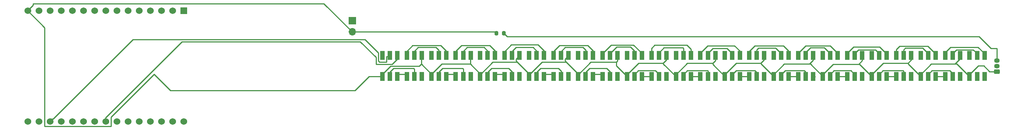
<source format=gbr>
%TF.GenerationSoftware,KiCad,Pcbnew,(6.0.1)*%
%TF.CreationDate,2022-02-04T16:43:35-05:00*%
%TF.ProjectId,fan,66616e2e-6b69-4636-9164-5f7063625858,rev?*%
%TF.SameCoordinates,Original*%
%TF.FileFunction,Copper,L1,Top*%
%TF.FilePolarity,Positive*%
%FSLAX46Y46*%
G04 Gerber Fmt 4.6, Leading zero omitted, Abs format (unit mm)*
G04 Created by KiCad (PCBNEW (6.0.1)) date 2022-02-04 16:43:35*
%MOMM*%
%LPD*%
G01*
G04 APERTURE LIST*
G04 Aperture macros list*
%AMRoundRect*
0 Rectangle with rounded corners*
0 $1 Rounding radius*
0 $2 $3 $4 $5 $6 $7 $8 $9 X,Y pos of 4 corners*
0 Add a 4 corners polygon primitive as box body*
4,1,4,$2,$3,$4,$5,$6,$7,$8,$9,$2,$3,0*
0 Add four circle primitives for the rounded corners*
1,1,$1+$1,$2,$3*
1,1,$1+$1,$4,$5*
1,1,$1+$1,$6,$7*
1,1,$1+$1,$8,$9*
0 Add four rect primitives between the rounded corners*
20,1,$1+$1,$2,$3,$4,$5,0*
20,1,$1+$1,$4,$5,$6,$7,0*
20,1,$1+$1,$6,$7,$8,$9,0*
20,1,$1+$1,$8,$9,$2,$3,0*%
G04 Aperture macros list end*
%TA.AperFunction,ComponentPad*%
%ADD10R,1.524000X1.524000*%
%TD*%
%TA.AperFunction,ComponentPad*%
%ADD11C,1.524000*%
%TD*%
%TA.AperFunction,SMDPad,CuDef*%
%ADD12R,1.100000X2.000000*%
%TD*%
%TA.AperFunction,SMDPad,CuDef*%
%ADD13RoundRect,0.200000X0.200000X0.275000X-0.200000X0.275000X-0.200000X-0.275000X0.200000X-0.275000X0*%
%TD*%
%TA.AperFunction,ComponentPad*%
%ADD14RoundRect,0.249900X0.400100X-0.275100X0.400100X0.275100X-0.400100X0.275100X-0.400100X-0.275100X0*%
%TD*%
%TA.AperFunction,ComponentPad*%
%ADD15O,1.300000X1.050000*%
%TD*%
%TA.AperFunction,ComponentPad*%
%ADD16R,1.700000X1.700000*%
%TD*%
%TA.AperFunction,ComponentPad*%
%ADD17O,1.700000X1.700000*%
%TD*%
%TA.AperFunction,ViaPad*%
%ADD18C,0.800000*%
%TD*%
%TA.AperFunction,Conductor*%
%ADD19C,0.250000*%
%TD*%
G04 APERTURE END LIST*
D10*
%TO.P,U1,1,EN*%
%TO.N,unconnected-(U1-Pad1)*%
X95800000Y-81850000D03*
D11*
%TO.P,U1,2,SENSOR_VP*%
%TO.N,unconnected-(U1-Pad2)*%
X93260000Y-81850000D03*
%TO.P,U1,3,SENSOR_VN*%
%TO.N,unconnected-(U1-Pad3)*%
X90720000Y-81850000D03*
%TO.P,U1,4,IO34*%
%TO.N,unconnected-(U1-Pad4)*%
X88180000Y-81850000D03*
%TO.P,U1,5,IO35*%
%TO.N,unconnected-(U1-Pad5)*%
X85640000Y-81850000D03*
%TO.P,U1,6,IO32*%
%TO.N,unconnected-(U1-Pad6)*%
X83100000Y-81850000D03*
%TO.P,U1,7,IO33*%
%TO.N,unconnected-(U1-Pad7)*%
X80560000Y-81850000D03*
%TO.P,U1,8,IO25*%
%TO.N,unconnected-(U1-Pad8)*%
X78020000Y-81850000D03*
%TO.P,U1,9,IO26*%
%TO.N,unconnected-(U1-Pad9)*%
X75480000Y-81850000D03*
%TO.P,U1,10,IO27*%
%TO.N,unconnected-(U1-Pad10)*%
X72940000Y-81850000D03*
%TO.P,U1,11,IO14*%
%TO.N,unconnected-(U1-Pad11)*%
X70400000Y-81850000D03*
%TO.P,U1,12,IO12*%
%TO.N,unconnected-(U1-Pad12)*%
X67860000Y-81850000D03*
%TO.P,U1,13,IO13*%
%TO.N,unconnected-(U1-Pad13)*%
X65320000Y-81850000D03*
%TO.P,U1,14,GND*%
%TO.N,GND*%
X62780000Y-81850000D03*
%TO.P,U1,15,VIN*%
%TO.N,VCC*%
X60240000Y-81850000D03*
%TO.P,U1,16,3V3*%
%TO.N,unconnected-(U1-Pad16)*%
X60240000Y-107250000D03*
%TO.P,U1,17,GND*%
%TO.N,GND*%
X62780000Y-107250000D03*
%TO.P,U1,18,IO15*%
%TO.N,Net-(D1-Pad2)*%
X65320000Y-107250000D03*
%TO.P,U1,19,IO2*%
%TO.N,unconnected-(U1-Pad19)*%
X67860000Y-107250000D03*
%TO.P,U1,20,IO4*%
%TO.N,unconnected-(U1-Pad20)*%
X70400000Y-107250000D03*
%TO.P,U1,21,IO16*%
%TO.N,unconnected-(U1-Pad21)*%
X72940000Y-107250000D03*
%TO.P,U1,22,IO17*%
%TO.N,unconnected-(U1-Pad22)*%
X75480000Y-107250000D03*
%TO.P,U1,23,IO5*%
%TO.N,Net-(D1-Pad1)*%
X78020000Y-107250000D03*
%TO.P,U1,24,IO18*%
%TO.N,unconnected-(U1-Pad24)*%
X80560000Y-107250000D03*
%TO.P,U1,25,IO19*%
%TO.N,unconnected-(U1-Pad25)*%
X83100000Y-107250000D03*
%TO.P,U1,26,IO21*%
%TO.N,unconnected-(U1-Pad26)*%
X85640000Y-107250000D03*
%TO.P,U1,27,RXD0/IO3*%
%TO.N,unconnected-(U1-Pad27)*%
X88180000Y-107250000D03*
%TO.P,U1,28,TXD0/IO1*%
%TO.N,unconnected-(U1-Pad28)*%
X90720000Y-107250000D03*
%TO.P,U1,29,IO22*%
%TO.N,unconnected-(U1-Pad29)*%
X93260000Y-107250000D03*
%TO.P,U1,30,IO23*%
%TO.N,unconnected-(U1-Pad30)*%
X95800000Y-107250000D03*
%TD*%
D12*
%TO.P,D12,1,DI*%
%TO.N,Net-(D11-Pad6)*%
X202480000Y-96900000D03*
%TO.P,D12,2,CI*%
%TO.N,Net-(D11-Pad5)*%
X204180000Y-96900000D03*
%TO.P,D12,3,GND*%
%TO.N,GND*%
X205880000Y-96900000D03*
%TO.P,D12,4,VCC*%
%TO.N,VCC*%
X205880000Y-92100000D03*
%TO.P,D12,5,CO*%
%TO.N,Net-(D12-Pad5)*%
X204180000Y-92100000D03*
%TO.P,D12,6,DO*%
%TO.N,Net-(D12-Pad6)*%
X202480000Y-92100000D03*
%TD*%
%TO.P,D2,1,DI*%
%TO.N,Net-(D1-Pad6)*%
X146680000Y-96900000D03*
%TO.P,D2,2,CI*%
%TO.N,Net-(D1-Pad5)*%
X148380000Y-96900000D03*
%TO.P,D2,3,GND*%
%TO.N,GND*%
X150080000Y-96900000D03*
%TO.P,D2,4,VCC*%
%TO.N,VCC*%
X150080000Y-92100000D03*
%TO.P,D2,5,CO*%
%TO.N,Net-(D2-Pad5)*%
X148380000Y-92100000D03*
%TO.P,D2,6,DO*%
%TO.N,Net-(D2-Pad6)*%
X146680000Y-92100000D03*
%TD*%
%TO.P,D4,1,DI*%
%TO.N,Net-(D3-Pad6)*%
X157840000Y-96900000D03*
%TO.P,D4,2,CI*%
%TO.N,Net-(D3-Pad5)*%
X159540000Y-96900000D03*
%TO.P,D4,3,GND*%
%TO.N,GND*%
X161240000Y-96900000D03*
%TO.P,D4,4,VCC*%
%TO.N,VCC*%
X161240000Y-92100000D03*
%TO.P,D4,5,CO*%
%TO.N,Net-(D4-Pad5)*%
X159540000Y-92100000D03*
%TO.P,D4,6,DO*%
%TO.N,Net-(D4-Pad6)*%
X157840000Y-92100000D03*
%TD*%
%TO.P,D3,1,DI*%
%TO.N,Net-(D2-Pad6)*%
X155660000Y-92100000D03*
%TO.P,D3,2,CI*%
%TO.N,Net-(D2-Pad5)*%
X153960000Y-92100000D03*
%TO.P,D3,3,GND*%
%TO.N,GND*%
X152260000Y-92100000D03*
%TO.P,D3,4,VCC*%
%TO.N,VCC*%
X152260000Y-96900000D03*
%TO.P,D3,5,CO*%
%TO.N,Net-(D3-Pad5)*%
X153960000Y-96900000D03*
%TO.P,D3,6,DO*%
%TO.N,Net-(D3-Pad6)*%
X155660000Y-96900000D03*
%TD*%
%TO.P,D5,1,DI*%
%TO.N,Net-(D4-Pad6)*%
X166820000Y-92100000D03*
%TO.P,D5,2,CI*%
%TO.N,Net-(D4-Pad5)*%
X165120000Y-92100000D03*
%TO.P,D5,3,GND*%
%TO.N,GND*%
X163420000Y-92100000D03*
%TO.P,D5,4,VCC*%
%TO.N,VCC*%
X163420000Y-96900000D03*
%TO.P,D5,5,CO*%
%TO.N,Net-(D5-Pad5)*%
X165120000Y-96900000D03*
%TO.P,D5,6,DO*%
%TO.N,Net-(D5-Pad6)*%
X166820000Y-96900000D03*
%TD*%
%TO.P,D7,1,DI*%
%TO.N,Net-(D6-Pad6)*%
X177980000Y-92100000D03*
%TO.P,D7,2,CI*%
%TO.N,Net-(D6-Pad5)*%
X176280000Y-92100000D03*
%TO.P,D7,3,GND*%
%TO.N,GND*%
X174580000Y-92100000D03*
%TO.P,D7,4,VCC*%
%TO.N,VCC*%
X174580000Y-96900000D03*
%TO.P,D7,5,CO*%
%TO.N,Net-(D7-Pad5)*%
X176280000Y-96900000D03*
%TO.P,D7,6,DO*%
%TO.N,Net-(D7-Pad6)*%
X177980000Y-96900000D03*
%TD*%
%TO.P,D20,1,DI*%
%TO.N,Net-(D19-Pad6)*%
X247120000Y-96900000D03*
%TO.P,D20,2,CI*%
%TO.N,Net-(D19-Pad5)*%
X248820000Y-96900000D03*
%TO.P,D20,3,GND*%
%TO.N,GND*%
X250520000Y-96900000D03*
%TO.P,D20,4,VCC*%
%TO.N,VCC*%
X250520000Y-92100000D03*
%TO.P,D20,5,CO*%
%TO.N,Net-(D20-Pad5)*%
X248820000Y-92100000D03*
%TO.P,D20,6,DO*%
%TO.N,Net-(D20-Pad6)*%
X247120000Y-92100000D03*
%TD*%
%TO.P,D8,1,DI*%
%TO.N,Net-(D7-Pad6)*%
X180160000Y-96900000D03*
%TO.P,D8,2,CI*%
%TO.N,Net-(D7-Pad5)*%
X181860000Y-96900000D03*
%TO.P,D8,3,GND*%
%TO.N,GND*%
X183560000Y-96900000D03*
%TO.P,D8,4,VCC*%
%TO.N,VCC*%
X183560000Y-92100000D03*
%TO.P,D8,5,CO*%
%TO.N,Net-(D8-Pad5)*%
X181860000Y-92100000D03*
%TO.P,D8,6,DO*%
%TO.N,Net-(D8-Pad6)*%
X180160000Y-92100000D03*
%TD*%
%TO.P,D23,1,DI*%
%TO.N,Net-(D22-Pad6)*%
X267260000Y-92100000D03*
%TO.P,D23,2,CI*%
%TO.N,Net-(D22-Pad5)*%
X265560000Y-92100000D03*
%TO.P,D23,3,GND*%
%TO.N,GND*%
X263860000Y-92100000D03*
%TO.P,D23,4,VCC*%
%TO.N,VCC*%
X263860000Y-96900000D03*
%TO.P,D23,5,CO*%
%TO.N,Net-(D23-Pad5)*%
X265560000Y-96900000D03*
%TO.P,D23,6,DO*%
%TO.N,Net-(D23-Pad6)*%
X267260000Y-96900000D03*
%TD*%
%TO.P,D9,1,DI*%
%TO.N,Net-(D8-Pad6)*%
X189140000Y-92100000D03*
%TO.P,D9,2,CI*%
%TO.N,Net-(D8-Pad5)*%
X187440000Y-92100000D03*
%TO.P,D9,3,GND*%
%TO.N,GND*%
X185740000Y-92100000D03*
%TO.P,D9,4,VCC*%
%TO.N,VCC*%
X185740000Y-96900000D03*
%TO.P,D9,5,CO*%
%TO.N,Net-(D10-Pad2)*%
X187440000Y-96900000D03*
%TO.P,D9,6,DO*%
%TO.N,Net-(D10-Pad1)*%
X189140000Y-96900000D03*
%TD*%
%TO.P,D19,1,DI*%
%TO.N,Net-(D18-Pad6)*%
X244940000Y-92100000D03*
%TO.P,D19,2,CI*%
%TO.N,Net-(D18-Pad5)*%
X243240000Y-92100000D03*
%TO.P,D19,3,GND*%
%TO.N,GND*%
X241540000Y-92100000D03*
%TO.P,D19,4,VCC*%
%TO.N,VCC*%
X241540000Y-96900000D03*
%TO.P,D19,5,CO*%
%TO.N,Net-(D19-Pad5)*%
X243240000Y-96900000D03*
%TO.P,D19,6,DO*%
%TO.N,Net-(D19-Pad6)*%
X244940000Y-96900000D03*
%TD*%
%TO.P,D16,1,DI*%
%TO.N,Net-(D15-Pad6)*%
X224800000Y-96900000D03*
%TO.P,D16,2,CI*%
%TO.N,Net-(D15-Pad5)*%
X226500000Y-96900000D03*
%TO.P,D16,3,GND*%
%TO.N,GND*%
X228200000Y-96900000D03*
%TO.P,D16,4,VCC*%
%TO.N,VCC*%
X228200000Y-92100000D03*
%TO.P,D16,5,CO*%
%TO.N,Net-(D16-Pad5)*%
X226500000Y-92100000D03*
%TO.P,D16,6,DO*%
%TO.N,Net-(D16-Pad6)*%
X224800000Y-92100000D03*
%TD*%
%TO.P,D14,1,DI*%
%TO.N,Net-(D13-Pad6)*%
X213640000Y-96900000D03*
%TO.P,D14,2,CI*%
%TO.N,Net-(D13-Pad5)*%
X215340000Y-96900000D03*
%TO.P,D14,3,GND*%
%TO.N,GND*%
X217040000Y-96900000D03*
%TO.P,D14,4,VCC*%
%TO.N,VCC*%
X217040000Y-92100000D03*
%TO.P,D14,5,CO*%
%TO.N,Net-(D14-Pad5)*%
X215340000Y-92100000D03*
%TO.P,D14,6,DO*%
%TO.N,Net-(D14-Pad6)*%
X213640000Y-92100000D03*
%TD*%
D13*
%TO.P,R1,1*%
%TO.N,Net-(R1-Pad1)*%
X168775000Y-87000000D03*
%TO.P,R1,2*%
%TO.N,VCC*%
X167125000Y-87000000D03*
%TD*%
D12*
%TO.P,D24,1,DI*%
%TO.N,Net-(D23-Pad6)*%
X269440000Y-96900000D03*
%TO.P,D24,2,CI*%
%TO.N,Net-(D23-Pad5)*%
X271140000Y-96900000D03*
%TO.P,D24,3,GND*%
%TO.N,GND*%
X272840000Y-96900000D03*
%TO.P,D24,4,VCC*%
%TO.N,VCC*%
X272840000Y-92100000D03*
%TO.P,D24,5,CO*%
%TO.N,Net-(D24-Pad5)*%
X271140000Y-92100000D03*
%TO.P,D24,6,DO*%
%TO.N,Net-(D24-Pad6)*%
X269440000Y-92100000D03*
%TD*%
%TO.P,D22,1,DI*%
%TO.N,Net-(D21-Pad6)*%
X258280000Y-96900000D03*
%TO.P,D22,2,CI*%
%TO.N,Net-(D21-Pad5)*%
X259980000Y-96900000D03*
%TO.P,D22,3,GND*%
%TO.N,GND*%
X261680000Y-96900000D03*
%TO.P,D22,4,VCC*%
%TO.N,VCC*%
X261680000Y-92100000D03*
%TO.P,D22,5,CO*%
%TO.N,Net-(D22-Pad5)*%
X259980000Y-92100000D03*
%TO.P,D22,6,DO*%
%TO.N,Net-(D22-Pad6)*%
X258280000Y-92100000D03*
%TD*%
%TO.P,D15,1,DI*%
%TO.N,Net-(D14-Pad6)*%
X222620000Y-92100000D03*
%TO.P,D15,2,CI*%
%TO.N,Net-(D14-Pad5)*%
X220920000Y-92100000D03*
%TO.P,D15,3,GND*%
%TO.N,GND*%
X219220000Y-92100000D03*
%TO.P,D15,4,VCC*%
%TO.N,VCC*%
X219220000Y-96900000D03*
%TO.P,D15,5,CO*%
%TO.N,Net-(D15-Pad5)*%
X220920000Y-96900000D03*
%TO.P,D15,6,DO*%
%TO.N,Net-(D15-Pad6)*%
X222620000Y-96900000D03*
%TD*%
%TO.P,D10,1,DI*%
%TO.N,Net-(D10-Pad1)*%
X191320000Y-96900000D03*
%TO.P,D10,2,CI*%
%TO.N,Net-(D10-Pad2)*%
X193020000Y-96900000D03*
%TO.P,D10,3,GND*%
%TO.N,GND*%
X194720000Y-96900000D03*
%TO.P,D10,4,VCC*%
%TO.N,VCC*%
X194720000Y-92100000D03*
%TO.P,D10,5,CO*%
%TO.N,Net-(D10-Pad5)*%
X193020000Y-92100000D03*
%TO.P,D10,6,DO*%
%TO.N,Net-(D10-Pad6)*%
X191320000Y-92100000D03*
%TD*%
%TO.P,D21,1,DI*%
%TO.N,Net-(D20-Pad6)*%
X256100000Y-92100000D03*
%TO.P,D21,2,CI*%
%TO.N,Net-(D20-Pad5)*%
X254400000Y-92100000D03*
%TO.P,D21,3,GND*%
%TO.N,GND*%
X252700000Y-92100000D03*
%TO.P,D21,4,VCC*%
%TO.N,VCC*%
X252700000Y-96900000D03*
%TO.P,D21,5,CO*%
%TO.N,Net-(D21-Pad5)*%
X254400000Y-96900000D03*
%TO.P,D21,6,DO*%
%TO.N,Net-(D21-Pad6)*%
X256100000Y-96900000D03*
%TD*%
D14*
%TO.P,U2,1,vcc*%
%TO.N,VCC*%
X281235000Y-95770000D03*
D15*
%TO.P,U2,2,GND*%
%TO.N,GND*%
X281235000Y-94500000D03*
%TO.P,U2,3,output*%
%TO.N,Net-(R1-Pad1)*%
X281235000Y-93230000D03*
%TD*%
D12*
%TO.P,D11,1,DI*%
%TO.N,Net-(D10-Pad6)*%
X200300000Y-92100000D03*
%TO.P,D11,2,CI*%
%TO.N,Net-(D10-Pad5)*%
X198600000Y-92100000D03*
%TO.P,D11,3,GND*%
%TO.N,GND*%
X196900000Y-92100000D03*
%TO.P,D11,4,VCC*%
%TO.N,VCC*%
X196900000Y-96900000D03*
%TO.P,D11,5,CO*%
%TO.N,Net-(D11-Pad5)*%
X198600000Y-96900000D03*
%TO.P,D11,6,DO*%
%TO.N,Net-(D11-Pad6)*%
X200300000Y-96900000D03*
%TD*%
%TO.P,D25,1,DI*%
%TO.N,Net-(D24-Pad6)*%
X278420000Y-92100000D03*
%TO.P,D25,2,CI*%
%TO.N,Net-(D24-Pad5)*%
X276720000Y-92100000D03*
%TO.P,D25,3,GND*%
%TO.N,GND*%
X275020000Y-92100000D03*
%TO.P,D25,4,VCC*%
%TO.N,VCC*%
X275020000Y-96900000D03*
%TO.P,D25,5,CO*%
%TO.N,unconnected-(D25-Pad5)*%
X276720000Y-96900000D03*
%TO.P,D25,6,DO*%
%TO.N,unconnected-(D25-Pad6)*%
X278420000Y-96900000D03*
%TD*%
%TO.P,D13,1,DI*%
%TO.N,Net-(D12-Pad6)*%
X211460000Y-92100000D03*
%TO.P,D13,2,CI*%
%TO.N,Net-(D12-Pad5)*%
X209760000Y-92100000D03*
%TO.P,D13,3,GND*%
%TO.N,GND*%
X208060000Y-92100000D03*
%TO.P,D13,4,VCC*%
%TO.N,VCC*%
X208060000Y-96900000D03*
%TO.P,D13,5,CO*%
%TO.N,Net-(D13-Pad5)*%
X209760000Y-96900000D03*
%TO.P,D13,6,DO*%
%TO.N,Net-(D13-Pad6)*%
X211460000Y-96900000D03*
%TD*%
D16*
%TO.P,J1,1,Pin_1*%
%TO.N,GND*%
X134250000Y-84150000D03*
D17*
%TO.P,J1,2,Pin_2*%
%TO.N,VCC*%
X134250000Y-86690000D03*
%TD*%
D12*
%TO.P,D1,1,DI*%
%TO.N,Net-(D1-Pad1)*%
X144500000Y-92100000D03*
%TO.P,D1,2,CI*%
%TO.N,Net-(D1-Pad2)*%
X142800000Y-92100000D03*
%TO.P,D1,3,GND*%
%TO.N,GND*%
X141100000Y-92100000D03*
%TO.P,D1,4,VCC*%
%TO.N,VCC*%
X141100000Y-96900000D03*
%TO.P,D1,5,CO*%
%TO.N,Net-(D1-Pad5)*%
X142800000Y-96900000D03*
%TO.P,D1,6,DO*%
%TO.N,Net-(D1-Pad6)*%
X144500000Y-96900000D03*
%TD*%
%TO.P,D17,1,DI*%
%TO.N,Net-(D16-Pad6)*%
X233780000Y-92100000D03*
%TO.P,D17,2,CI*%
%TO.N,Net-(D16-Pad5)*%
X232080000Y-92100000D03*
%TO.P,D17,3,GND*%
%TO.N,GND*%
X230380000Y-92100000D03*
%TO.P,D17,4,VCC*%
%TO.N,VCC*%
X230380000Y-96900000D03*
%TO.P,D17,5,CO*%
%TO.N,Net-(D17-Pad5)*%
X232080000Y-96900000D03*
%TO.P,D17,6,DO*%
%TO.N,Net-(D17-Pad6)*%
X233780000Y-96900000D03*
%TD*%
%TO.P,D18,1,DI*%
%TO.N,Net-(D17-Pad6)*%
X235960000Y-96900000D03*
%TO.P,D18,2,CI*%
%TO.N,Net-(D17-Pad5)*%
X237660000Y-96900000D03*
%TO.P,D18,3,GND*%
%TO.N,GND*%
X239360000Y-96900000D03*
%TO.P,D18,4,VCC*%
%TO.N,VCC*%
X239360000Y-92100000D03*
%TO.P,D18,5,CO*%
%TO.N,Net-(D18-Pad5)*%
X237660000Y-92100000D03*
%TO.P,D18,6,DO*%
%TO.N,Net-(D18-Pad6)*%
X235960000Y-92100000D03*
%TD*%
%TO.P,D6,1,DI*%
%TO.N,Net-(D5-Pad6)*%
X169000000Y-96900000D03*
%TO.P,D6,2,CI*%
%TO.N,Net-(D5-Pad5)*%
X170700000Y-96900000D03*
%TO.P,D6,3,GND*%
%TO.N,GND*%
X172400000Y-96900000D03*
%TO.P,D6,4,VCC*%
%TO.N,VCC*%
X172400000Y-92100000D03*
%TO.P,D6,5,CO*%
%TO.N,Net-(D6-Pad5)*%
X170700000Y-92100000D03*
%TO.P,D6,6,DO*%
%TO.N,Net-(D6-Pad6)*%
X169000000Y-92100000D03*
%TD*%
D18*
%TO.N,GND*%
X208080000Y-92070000D03*
X196890000Y-92100000D03*
X250510000Y-96900000D03*
X274960000Y-92150000D03*
X183611000Y-96889000D03*
X263860000Y-92110000D03*
X252690000Y-92110000D03*
X272820000Y-96910000D03*
X216980000Y-96960000D03*
X261660000Y-96930000D03*
X163382000Y-91683000D03*
X161350000Y-96509000D03*
X185811000Y-91989000D03*
X174661000Y-92014000D03*
X228190000Y-96920000D03*
X172436000Y-96839000D03*
X239480000Y-96980000D03*
X230360000Y-92080000D03*
X150174000Y-96509000D03*
X241560000Y-92120000D03*
X219270000Y-92150000D03*
X194786000Y-96939000D03*
X205900000Y-97000000D03*
X152206000Y-91683000D03*
X141086000Y-92039000D03*
%TD*%
D19*
%TO.N,Net-(D3-Pad5)*%
X153984000Y-96369000D02*
X153984000Y-95919000D01*
X159572000Y-95239000D02*
X159572000Y-96369000D01*
X153984000Y-95919000D02*
X154858511Y-95044489D01*
X154858511Y-95044489D02*
X159377489Y-95044489D01*
X159377489Y-95044489D02*
X159572000Y-95239000D01*
%TO.N,Net-(D3-Pad6)*%
X155684000Y-96369000D02*
X157872000Y-96369000D01*
%TO.N,Net-(D4-Pad5)*%
X159572000Y-91569000D02*
X159572000Y-91119000D01*
X160446511Y-90244489D02*
X164285489Y-90244489D01*
X159572000Y-91119000D02*
X160446511Y-90244489D01*
X165160000Y-91119000D02*
X165160000Y-91569000D01*
X164285489Y-90244489D02*
X165160000Y-91119000D01*
%TO.N,Net-(D4-Pad6)*%
X157872000Y-91569000D02*
X157872000Y-91069978D01*
X166860000Y-91097000D02*
X166860000Y-91569000D01*
X159147009Y-89794969D02*
X165557969Y-89794969D01*
X157872000Y-91069978D02*
X159147009Y-89794969D01*
X165557969Y-89794969D02*
X166860000Y-91097000D01*
%TO.N,Net-(D5-Pad5)*%
X165160000Y-96369000D02*
X165160000Y-95869978D01*
X165160000Y-95869978D02*
X165985489Y-95044489D01*
X170748000Y-95919000D02*
X170748000Y-96369000D01*
X169873489Y-95044489D02*
X170748000Y-95919000D01*
X165985489Y-95044489D02*
X169873489Y-95044489D01*
%TO.N,Net-(D5-Pad6)*%
X166860000Y-96369000D02*
X169048000Y-96369000D01*
%TO.N,Net-(D6-Pad5)*%
X176336000Y-91119000D02*
X176336000Y-91569000D01*
X171573489Y-90244489D02*
X175461489Y-90244489D01*
X175461489Y-90244489D02*
X176336000Y-91119000D01*
X170748000Y-91569000D02*
X170748000Y-91069978D01*
X170748000Y-91069978D02*
X171573489Y-90244489D01*
%TO.N,Net-(D6-Pad6)*%
X169048000Y-91119000D02*
X170516000Y-89651000D01*
X178036000Y-91069978D02*
X178036000Y-91569000D01*
X170516000Y-89651000D02*
X176617022Y-89651000D01*
X169048000Y-91569000D02*
X169048000Y-91119000D01*
X176617022Y-89651000D02*
X178036000Y-91069978D01*
%TO.N,Net-(D7-Pad5)*%
X177161489Y-95044489D02*
X181221489Y-95044489D01*
X181924000Y-95747000D02*
X181924000Y-96369000D01*
X176336000Y-96369000D02*
X176336000Y-95869978D01*
X176336000Y-95869978D02*
X177161489Y-95044489D01*
X181221489Y-95044489D02*
X181924000Y-95747000D01*
%TO.N,Net-(D7-Pad6)*%
X178036000Y-96369000D02*
X180224000Y-96369000D01*
%TO.N,Net-(D8-Pad5)*%
X181924000Y-91569000D02*
X181924000Y-91119000D01*
X186835489Y-90244489D02*
X187512000Y-90921000D01*
X182798511Y-90244489D02*
X186835489Y-90244489D01*
X187512000Y-90921000D02*
X187512000Y-91569000D01*
X181924000Y-91119000D02*
X182798511Y-90244489D01*
%TO.N,Net-(D8-Pad6)*%
X180224000Y-91569000D02*
X180224000Y-91069978D01*
X189212000Y-91069978D02*
X189212000Y-91569000D01*
X181499009Y-89794969D02*
X187936991Y-89794969D01*
X180224000Y-91069978D02*
X181499009Y-89794969D01*
X187936991Y-89794969D02*
X189212000Y-91069978D01*
%TO.N,Net-(D1-Pad5)*%
X142808000Y-96369000D02*
X142808000Y-95919000D01*
X143682511Y-95044489D02*
X148201489Y-95044489D01*
X148396000Y-95239000D02*
X148396000Y-96369000D01*
X142808000Y-95919000D02*
X143682511Y-95044489D01*
X148201489Y-95044489D02*
X148396000Y-95239000D01*
%TO.N,Net-(D1-Pad6)*%
X145016000Y-96369000D02*
X146696000Y-96369000D01*
%TO.N,Net-(D2-Pad5)*%
X153984000Y-90921000D02*
X153984000Y-91569000D01*
X153307489Y-90244489D02*
X153984000Y-90921000D01*
X149270511Y-90244489D02*
X153307489Y-90244489D01*
X148396000Y-91569000D02*
X148396000Y-91119000D01*
X148396000Y-91119000D02*
X149270511Y-90244489D01*
%TO.N,Net-(D2-Pad6)*%
X155684000Y-91097000D02*
X155684000Y-91569000D01*
X146696000Y-91569000D02*
X146696000Y-91119000D01*
X154381969Y-89794969D02*
X155684000Y-91097000D01*
X146696000Y-91119000D02*
X148020031Y-89794969D01*
X148020031Y-89794969D02*
X154381969Y-89794969D01*
%TO.N,Net-(D10-Pad2)*%
X188386511Y-95044489D02*
X192225489Y-95044489D01*
X192225489Y-95044489D02*
X193100000Y-95919000D01*
X193100000Y-95919000D02*
X193100000Y-96369000D01*
X187512000Y-96369000D02*
X187512000Y-95919000D01*
X187512000Y-95919000D02*
X188386511Y-95044489D01*
%TO.N,Net-(D10-Pad1)*%
X189212000Y-96369000D02*
X191400000Y-96369000D01*
%TO.N,Net-(R1-Pad1)*%
X169574520Y-87799520D02*
X168775000Y-87000000D01*
X279860960Y-90460000D02*
X277200480Y-87799520D01*
X281235000Y-90460000D02*
X279860960Y-90460000D01*
X277200480Y-87799520D02*
X169574520Y-87799520D01*
X281235000Y-90460000D02*
X281235000Y-93230000D01*
%TO.N,VCC*%
X174636000Y-96889000D02*
X174636000Y-96439000D01*
X141108000Y-96439000D02*
X143008480Y-94538520D01*
X89065718Y-96380000D02*
X79216511Y-106229207D01*
X275020000Y-96450000D02*
X276990000Y-94480000D01*
X183021500Y-93578500D02*
X185812000Y-96369000D01*
X260970000Y-93840000D02*
X261680000Y-93130000D01*
X79216511Y-106229207D02*
X79216511Y-108308489D01*
X149979489Y-92893511D02*
X150096000Y-92777000D01*
X205170000Y-93830000D02*
X205880000Y-93120000D01*
X216450000Y-93840000D02*
X217040000Y-93250000D01*
X278300000Y-94480000D02*
X279590000Y-95770000D01*
X174636000Y-96450000D02*
X177507500Y-93578500D01*
X271680000Y-94020000D02*
X272140000Y-94020000D01*
X134250000Y-86690000D02*
X166815000Y-86690000D01*
X241540000Y-96900000D02*
X241540000Y-96450000D01*
X134871980Y-100125020D02*
X92810738Y-100125020D01*
X161272000Y-92777000D02*
X161272000Y-91569000D01*
X194436489Y-94436489D02*
X196900000Y-96900000D01*
X61436511Y-80563489D02*
X60250000Y-81750000D01*
X275020000Y-96900000D02*
X275020000Y-96450000D01*
X194436489Y-93638511D02*
X194720000Y-93355000D01*
X205170000Y-93830000D02*
X205170000Y-94010000D01*
X149505458Y-94538520D02*
X149979489Y-94064489D01*
X171622511Y-92893511D02*
X171643489Y-92893511D01*
X272840000Y-92860000D02*
X272840000Y-92100000D01*
X161155489Y-92893511D02*
X161272000Y-92777000D01*
X185812000Y-96889000D02*
X185812000Y-96439000D01*
X250520000Y-93290000D02*
X250520000Y-92100000D01*
X196900000Y-96450000D02*
X199520000Y-93830000D01*
X166815000Y-86690000D02*
X167125000Y-87000000D01*
X177507500Y-93578500D02*
X183021500Y-93578500D01*
X249720000Y-94090000D02*
X249890000Y-94090000D01*
X252700000Y-96450000D02*
X255310000Y-93840000D01*
X152284000Y-96439000D02*
X154658511Y-94064489D01*
X249720000Y-94090000D02*
X250520000Y-93290000D01*
X185812000Y-96450000D02*
X188623489Y-93638511D01*
X143008480Y-94538520D02*
X149505458Y-94538520D01*
X149979489Y-94064489D02*
X152284000Y-96369000D01*
X196900000Y-96900000D02*
X196900000Y-96450000D01*
X79216511Y-108308489D02*
X79175000Y-108350000D01*
X163460000Y-96900000D02*
X163460000Y-96450000D01*
X252700000Y-96900000D02*
X252700000Y-96450000D01*
X239360000Y-93180000D02*
X239360000Y-92100000D01*
X61436511Y-80193489D02*
X61436511Y-80563489D01*
X64100000Y-85710000D02*
X60240000Y-81850000D01*
X238710000Y-94070000D02*
X241540000Y-96900000D01*
X185812000Y-96900000D02*
X185812000Y-96450000D01*
X271680000Y-94020000D02*
X272840000Y-92860000D01*
X263860000Y-96450000D02*
X266290000Y-94020000D01*
X228200000Y-93100000D02*
X228200000Y-92100000D01*
X150096000Y-92777000D02*
X150096000Y-91569000D01*
X182798511Y-92893511D02*
X182819489Y-92893511D01*
X227410000Y-93930000D02*
X230380000Y-96900000D01*
X261680000Y-93130000D02*
X261680000Y-92100000D01*
X241540000Y-96450000D02*
X243900000Y-94090000D01*
X227410000Y-93890000D02*
X228200000Y-93100000D01*
X141108000Y-96889000D02*
X141108000Y-96439000D01*
X171871000Y-93604000D02*
X174636000Y-96369000D01*
X249890000Y-94090000D02*
X252700000Y-96900000D01*
X163460000Y-96450000D02*
X166306000Y-93604000D01*
X154658511Y-94064489D02*
X161155489Y-94064489D01*
X127753489Y-80193489D02*
X61436511Y-80193489D01*
X238470000Y-94070000D02*
X239360000Y-93180000D01*
X194720000Y-93355000D02*
X194720000Y-92100000D01*
X161155489Y-94064489D02*
X163460000Y-96369000D01*
X182798511Y-92893511D02*
X182798511Y-93355511D01*
X255310000Y-93840000D02*
X260970000Y-93840000D01*
X182819489Y-92893511D02*
X183624000Y-92089000D01*
X266290000Y-94020000D02*
X271680000Y-94020000D01*
X260970000Y-93840000D02*
X260970000Y-94010000D01*
X208060000Y-96450000D02*
X210670000Y-93840000D01*
X263860000Y-96900000D02*
X263860000Y-96450000D01*
X171643489Y-92893511D02*
X172448000Y-92089000D01*
X163460000Y-96889000D02*
X163460000Y-96439000D01*
X219220000Y-96900000D02*
X219220000Y-96450000D01*
X208060000Y-96900000D02*
X208060000Y-96450000D01*
X194436489Y-93638511D02*
X194436489Y-94436489D01*
X182798511Y-93355511D02*
X183021500Y-93578500D01*
X134250000Y-86690000D02*
X127753489Y-80193489D01*
X161155489Y-92893511D02*
X161155489Y-94064489D01*
X174636000Y-96900000D02*
X174636000Y-96450000D01*
X219220000Y-96450000D02*
X221780000Y-93890000D01*
X92810738Y-100125020D02*
X89065718Y-96380000D01*
X79175000Y-108350000D02*
X64100000Y-108350000D01*
X243900000Y-94090000D02*
X249720000Y-94090000D01*
X188623489Y-93638511D02*
X194436489Y-93638511D01*
X210670000Y-93840000D02*
X216450000Y-93840000D01*
X171622511Y-93355511D02*
X171871000Y-93604000D01*
X238470000Y-94070000D02*
X238710000Y-94070000D01*
X260970000Y-94010000D02*
X263860000Y-96900000D01*
X279590000Y-95770000D02*
X281235000Y-95770000D01*
X276990000Y-94480000D02*
X278300000Y-94480000D01*
X230380000Y-96900000D02*
X230380000Y-96450000D01*
X138108000Y-96889000D02*
X134871980Y-100125020D01*
X205880000Y-93120000D02*
X205880000Y-92100000D01*
X205170000Y-94010000D02*
X208060000Y-96900000D01*
X149979489Y-92893511D02*
X149979489Y-94064489D01*
X232760000Y-94070000D02*
X238470000Y-94070000D01*
X230380000Y-96450000D02*
X232760000Y-94070000D01*
X152284000Y-96889000D02*
X152284000Y-96439000D01*
X141108000Y-96889000D02*
X138108000Y-96889000D01*
X227410000Y-93890000D02*
X227410000Y-93930000D01*
X64100000Y-108350000D02*
X64100000Y-85710000D01*
X199520000Y-93830000D02*
X205170000Y-93830000D01*
X216450000Y-93840000D02*
X216450000Y-94130000D01*
X221780000Y-93890000D02*
X227410000Y-93890000D01*
X166306000Y-93604000D02*
X171871000Y-93604000D01*
X272140000Y-94020000D02*
X275020000Y-96900000D01*
X217040000Y-93250000D02*
X217040000Y-92100000D01*
X171622511Y-92893511D02*
X171622511Y-93355511D01*
X216450000Y-94130000D02*
X219220000Y-96900000D01*
%TO.N,Net-(D1-Pad1)*%
X136075000Y-88925000D02*
X139661000Y-92511000D01*
X144508000Y-92903282D02*
X143322282Y-94089000D01*
X143322282Y-94089000D02*
X139661000Y-94089000D01*
X139661000Y-92511000D02*
X139661000Y-94089000D01*
X77950000Y-106375000D02*
X95400000Y-88925000D01*
X77950000Y-107070000D02*
X77950000Y-106375000D01*
X95400000Y-88925000D02*
X136075000Y-88925000D01*
X78030000Y-107150000D02*
X77950000Y-107070000D01*
X144508000Y-92089000D02*
X144508000Y-92903282D01*
%TO.N,Net-(D1-Pad2)*%
X142057401Y-93326621D02*
X142057401Y-92319599D01*
X137174502Y-88475480D02*
X140211000Y-91511978D01*
X140433978Y-93614000D02*
X142061000Y-93614000D01*
X140211000Y-93391022D02*
X140433978Y-93614000D01*
X66040000Y-106680000D02*
X84244520Y-88475480D01*
X65800000Y-106680000D02*
X65330000Y-107150000D01*
X142577401Y-92319599D02*
X142808000Y-92089000D01*
X142061000Y-93614000D02*
X142061000Y-93330220D01*
X142057401Y-92319599D02*
X142577401Y-92319599D01*
X66040000Y-106680000D02*
X65800000Y-106680000D01*
X142061000Y-93330220D02*
X142057401Y-93326621D01*
X84244520Y-88475480D02*
X137174502Y-88475480D01*
X140211000Y-91511978D02*
X140211000Y-93391022D01*
%TO.N,Net-(D10-Pad5)*%
X193020000Y-92100000D02*
X193020000Y-91650000D01*
X198600000Y-91070000D02*
X198600000Y-92100000D01*
X197660000Y-90130000D02*
X198600000Y-91070000D01*
X194540000Y-90130000D02*
X197660000Y-90130000D01*
X193020000Y-91650000D02*
X194540000Y-90130000D01*
%TO.N,Net-(D11-Pad5)*%
X198600000Y-96900000D02*
X198600000Y-96450000D01*
X203355489Y-95575489D02*
X204180000Y-96400000D01*
X204180000Y-96400000D02*
X204180000Y-96900000D01*
X199474511Y-95575489D02*
X203355489Y-95575489D01*
X198600000Y-96450000D02*
X199474511Y-95575489D01*
%TO.N,Net-(D11-Pad6)*%
X200300000Y-96900000D02*
X202480000Y-96900000D01*
%TO.N,Net-(D10-Pad6)*%
X200300000Y-91600978D02*
X200300000Y-92100000D01*
X191320000Y-91650000D02*
X193289520Y-89680480D01*
X191320000Y-92100000D02*
X191320000Y-91650000D01*
X193289520Y-89680480D02*
X198379502Y-89680480D01*
X198379502Y-89680480D02*
X200300000Y-91600978D01*
%TO.N,Net-(D12-Pad5)*%
X205340000Y-90290000D02*
X209580000Y-90290000D01*
X209580000Y-90290000D02*
X209760000Y-90470000D01*
X204180000Y-91450000D02*
X205340000Y-90290000D01*
X204180000Y-92100000D02*
X204180000Y-91450000D01*
X209760000Y-90470000D02*
X209760000Y-92100000D01*
%TO.N,Net-(D12-Pad6)*%
X211460000Y-90620000D02*
X211460000Y-92100000D01*
X202480000Y-92100000D02*
X202480000Y-90450000D01*
X203220000Y-89710000D02*
X210550000Y-89710000D01*
X202480000Y-90450000D02*
X203220000Y-89710000D01*
X210550000Y-89710000D02*
X211460000Y-90620000D01*
%TO.N,Net-(D13-Pad5)*%
X209760000Y-96900000D02*
X209760000Y-96450000D01*
X209760000Y-96450000D02*
X210634511Y-95575489D01*
X215340000Y-95650000D02*
X215340000Y-96900000D01*
X215265489Y-95575489D02*
X215340000Y-95650000D01*
X210634511Y-95575489D02*
X215265489Y-95575489D01*
%TO.N,Net-(D13-Pad6)*%
X211460000Y-96900000D02*
X213640000Y-96900000D01*
%TO.N,Net-(D14-Pad5)*%
X216460000Y-90440000D02*
X219710000Y-90440000D01*
X215340000Y-92100000D02*
X215340000Y-91560000D01*
X219710000Y-90440000D02*
X220920000Y-91650000D01*
X215340000Y-91560000D02*
X216460000Y-90440000D01*
X220920000Y-91650000D02*
X220920000Y-92100000D01*
%TO.N,Net-(D14-Pad6)*%
X215330000Y-89870000D02*
X221420000Y-89870000D01*
X222620000Y-91070000D02*
X222620000Y-92100000D01*
X221420000Y-89870000D02*
X222620000Y-91070000D01*
X213640000Y-91560000D02*
X215330000Y-89870000D01*
X213640000Y-92100000D02*
X213640000Y-91560000D01*
%TO.N,Net-(D15-Pad5)*%
X220920000Y-96450000D02*
X221794511Y-95575489D01*
X220920000Y-96900000D02*
X220920000Y-96450000D01*
X221794511Y-95575489D02*
X226075489Y-95575489D01*
X226075489Y-95575489D02*
X226500000Y-96000000D01*
X226500000Y-96000000D02*
X226500000Y-96900000D01*
%TO.N,Net-(D15-Pad6)*%
X222620000Y-96900000D02*
X224800000Y-96900000D01*
%TO.N,Net-(D16-Pad5)*%
X226500000Y-92100000D02*
X226500000Y-90780000D01*
X232080000Y-91650000D02*
X232080000Y-92100000D01*
X230820000Y-90390000D02*
X232080000Y-91650000D01*
X226890000Y-90390000D02*
X230820000Y-90390000D01*
X226500000Y-90780000D02*
X226890000Y-90390000D01*
%TO.N,Net-(D16-Pad6)*%
X224800000Y-91125000D02*
X226075000Y-89850000D01*
X226075000Y-89850000D02*
X232525000Y-89850000D01*
X233780000Y-91105000D02*
X233780000Y-92100000D01*
X232525000Y-89850000D02*
X233780000Y-91105000D01*
X224800000Y-92100000D02*
X224800000Y-91125000D01*
%TO.N,Net-(D17-Pad5)*%
X237305489Y-95575489D02*
X237660000Y-95930000D01*
X232080000Y-96450000D02*
X232954511Y-95575489D01*
X232080000Y-96900000D02*
X232080000Y-96450000D01*
X232954511Y-95575489D02*
X237305489Y-95575489D01*
X237660000Y-95930000D02*
X237660000Y-96900000D01*
%TO.N,Net-(D17-Pad6)*%
X233780000Y-96900000D02*
X235960000Y-96900000D01*
%TO.N,Net-(D18-Pad5)*%
X243240000Y-91650000D02*
X243240000Y-92100000D01*
X237660000Y-92100000D02*
X237660000Y-91415000D01*
X241915000Y-90325000D02*
X243240000Y-91650000D01*
X238750000Y-90325000D02*
X241915000Y-90325000D01*
X237660000Y-91415000D02*
X238750000Y-90325000D01*
%TO.N,Net-(D18-Pad6)*%
X235960000Y-92100000D02*
X235960000Y-91600978D01*
X237685498Y-89875480D02*
X243214502Y-89875480D01*
X244940000Y-91600978D02*
X244940000Y-92100000D01*
X243214502Y-89875480D02*
X244940000Y-91600978D01*
X235960000Y-91600978D02*
X237685498Y-89875480D01*
%TO.N,Net-(D19-Pad5)*%
X243240000Y-96450000D02*
X244114511Y-95575489D01*
X248820000Y-96450000D02*
X248820000Y-96900000D01*
X247945489Y-95575489D02*
X248820000Y-96450000D01*
X243240000Y-96900000D02*
X243240000Y-96450000D01*
X244114511Y-95575489D02*
X247945489Y-95575489D01*
%TO.N,Net-(D19-Pad6)*%
X244940000Y-96900000D02*
X247120000Y-96900000D01*
%TO.N,Net-(D20-Pad5)*%
X248820000Y-92100000D02*
X248820000Y-91650000D01*
X248820000Y-91650000D02*
X249694511Y-90775489D01*
X249694511Y-90775489D02*
X253525489Y-90775489D01*
X254400000Y-91650000D02*
X254400000Y-92100000D01*
X253525489Y-90775489D02*
X254400000Y-91650000D01*
%TO.N,Net-(D20-Pad6)*%
X247120000Y-92100000D02*
X247120000Y-91600978D01*
X256100000Y-91775000D02*
X256100000Y-92100000D01*
X247120000Y-91600978D02*
X248570978Y-90150000D01*
X254475000Y-90150000D02*
X256100000Y-91775000D01*
X248570978Y-90150000D02*
X254475000Y-90150000D01*
%TO.N,Net-(D21-Pad5)*%
X254400000Y-96900000D02*
X254400000Y-96450000D01*
X259980000Y-95730000D02*
X259980000Y-96900000D01*
X259825489Y-95575489D02*
X259980000Y-95730000D01*
X254400000Y-96450000D02*
X255274511Y-95575489D01*
X255274511Y-95575489D02*
X259825489Y-95575489D01*
%TO.N,Net-(D21-Pad6)*%
X256100000Y-96900000D02*
X258280000Y-96900000D01*
%TO.N,Net-(D22-Pad5)*%
X260350000Y-90425000D02*
X264335000Y-90425000D01*
X264335000Y-90425000D02*
X265560000Y-91650000D01*
X265560000Y-91650000D02*
X265560000Y-92100000D01*
X259980000Y-92100000D02*
X259980000Y-90795000D01*
X259980000Y-90795000D02*
X260350000Y-90425000D01*
%TO.N,Net-(D22-Pad6)*%
X258280000Y-92100000D02*
X258280000Y-90720000D01*
X265525000Y-89975000D02*
X267260000Y-91710000D01*
X267260000Y-91710000D02*
X267260000Y-92100000D01*
X258280000Y-90720000D02*
X259025000Y-89975000D01*
X259025000Y-89975000D02*
X265525000Y-89975000D01*
%TO.N,Net-(D23-Pad5)*%
X270525489Y-95575489D02*
X271140000Y-96190000D01*
X271140000Y-96190000D02*
X271140000Y-96900000D01*
X266434511Y-95575489D02*
X270525489Y-95575489D01*
X265560000Y-96450000D02*
X266434511Y-95575489D01*
X265560000Y-96900000D02*
X265560000Y-96450000D01*
%TO.N,Net-(D23-Pad6)*%
X267260000Y-96900000D02*
X269440000Y-96900000D01*
%TO.N,Net-(D24-Pad5)*%
X271140000Y-91650000D02*
X272014511Y-90775489D01*
X275845489Y-90775489D02*
X276720000Y-91650000D01*
X271140000Y-92100000D02*
X271140000Y-91650000D01*
X276720000Y-91650000D02*
X276720000Y-92100000D01*
X272014511Y-90775489D02*
X275845489Y-90775489D01*
%TO.N,Net-(D24-Pad6)*%
X278420000Y-92100000D02*
X278420000Y-91695000D01*
X269440000Y-92100000D02*
X269440000Y-91385000D01*
X270625000Y-90200000D02*
X276925000Y-90200000D01*
X278420000Y-91695000D02*
X276925000Y-90200000D01*
X269440000Y-91385000D02*
X270625000Y-90200000D01*
X278420000Y-91645000D02*
X278420000Y-92100000D01*
%TD*%
M02*

</source>
